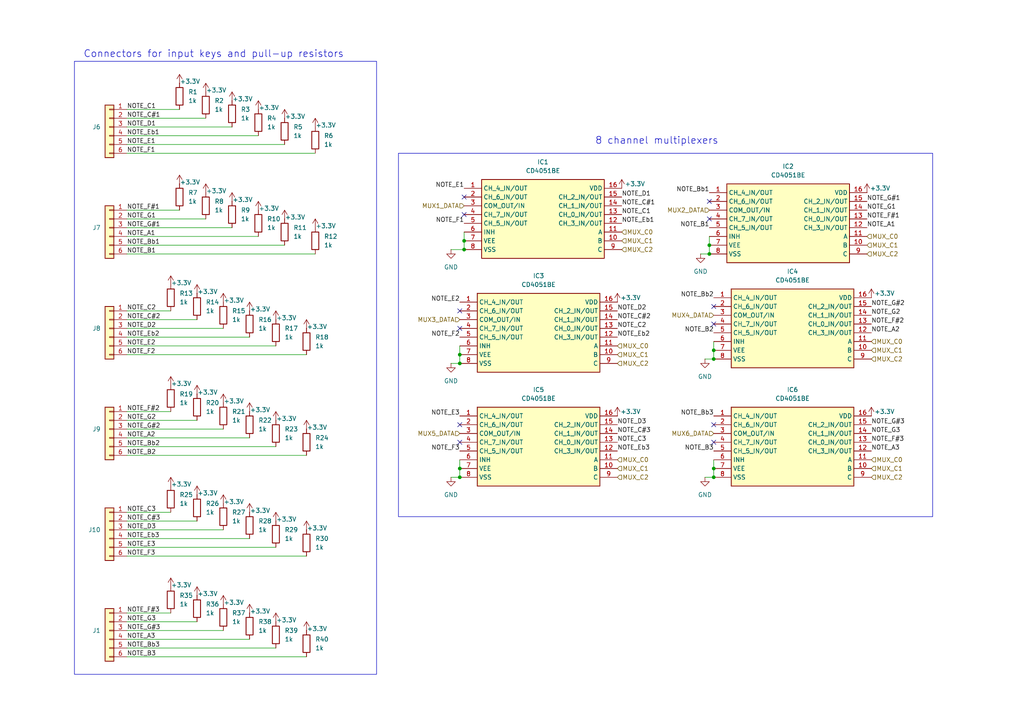
<source format=kicad_sch>
(kicad_sch (version 20231120) (generator "eeschema") (generator_version "8.0")
  (paper "A4")
  (title_block (title "Pedai") (date "2024-12-07") (company "Giacomo Mazzucchi"))
  (lib_symbols
    (symbol "CD4051BE:CD4051BE"
      (property "Reference" "IC" (at 41.91 7.62 0))
      (property "Value" "CD4051BE" (at 41.91 5.08 0))
      (symbol "CD4051BE_1_1"
        (rectangle (start 5.08 2.54) (end 40.64 -20.32) (stroke (width 0.254)) (fill (type background)))
        (pin passive line (at 0 0 0) (length 5.08) (name "CH_4_IN/OUT") (number "1"))
        (pin passive line (at 45.72 -15.24 180) (length 5.08) (name "B") (number "10"))
        (pin passive line (at 45.72 -12.7 180) (length 5.08) (name "A") (number "11"))
        (pin passive line (at 45.72 -10.16 180) (length 5.08) (name "CH_3_IN/OUT") (number "12"))
        (pin passive line (at 45.72 -7.62 180) (length 5.08) (name "CH_0_IN/OUT") (number "13"))
        (pin passive line (at 45.72 -5.08 180) (length 5.08) (name "CH_1_IN/OUT") (number "14"))
        (pin passive line (at 45.72 -2.54 180) (length 5.08) (name "CH_2_IN/OUT") (number "15"))
        (pin passive line (at 45.72 0 180) (length 5.08) (name "VDD") (number "16"))
        (pin passive line (at 0 -2.54 0) (length 5.08) (name "CH_6_IN/OUT") (number "2"))
        (pin passive line (at 0 -5.08 0) (length 5.08) (name "COM_OUT/IN") (number "3"))
        (pin passive line (at 0 -7.62 0) (length 5.08) (name "CH_7_IN/OUT") (number "4"))
        (pin passive line (at 0 -10.16 0) (length 5.08) (name "CH_5_IN/OUT") (number "5"))
        (pin passive line (at 0 -12.7 0) (length 5.08) (name "INH") (number "6"))
        (pin passive line (at 0 -15.24 0) (length 5.08) (name "VEE") (number "7"))
        (pin passive line (at 0 -17.78 0) (length 5.08) (name "VSS") (number "8"))
        (pin passive line (at 45.72 -17.78 180) (length 5.08) (name "C") (number "9"))
      )
    )
    (symbol "Connector_Generic:Conn_01x06" (pin_names (offset 1.016) hide)
      (property "Reference" "J" (at 0 7.62 0))
      (property "Value" "Conn_01x06" (at 0 -10.16 0))
      (symbol "Conn_01x06_1_1"
        (rectangle (start -1.27 -7.493) (end 0 -7.747) (stroke (width 0.1524)))
        (rectangle (start -1.27 -4.953) (end 0 -5.207) (stroke (width 0.1524)))
        (rectangle (start -1.27 -2.413) (end 0 -2.667) (stroke (width 0.1524)))
        (rectangle (start -1.27 0.127) (end 0 -0.127) (stroke (width 0.1524)))
        (rectangle (start -1.27 2.667) (end 0 2.413) (stroke (width 0.1524)))
        (rectangle (start -1.27 5.207) (end 0 4.953) (stroke (width 0.1524)))
        (rectangle (start -1.27 6.35) (end 1.27 -8.89) (stroke (width 0.254)) (fill (type background)))
        (pin passive line (at -5.08 5.08 0) (length 3.81) (name "Pin_1") (number "1"))
        (pin passive line (at -5.08 2.54 0) (length 3.81) (name "Pin_2") (number "2"))
        (pin passive line (at -5.08 0 0) (length 3.81) (name "Pin_3") (number "3"))
        (pin passive line (at -5.08 -2.54 0) (length 3.81) (name "Pin_4") (number "4"))
        (pin passive line (at -5.08 -5.08 0) (length 3.81) (name "Pin_5") (number "5"))
        (pin passive line (at -5.08 -7.62 0) (length 3.81) (name "Pin_6") (number "6"))
      )
    )
    (symbol "Device:R" (pin_numbers hide) (pin_names (offset 0))
      (property "Reference" "R" (at 2.032 0 90))
      (property "Value" "R" (at 0 0 90))
      (symbol "R_0_1"
        (rectangle (start -1.016 -2.54) (end 1.016 2.54) (stroke (width 0.254)))
      )
      (symbol "R_1_1"
        (pin passive line (at 0 3.81 270) (length 1.27) (name "~") (number "1"))
        (pin passive line (at 0 -3.81 90) (length 1.27) (name "~") (number "2"))
      )
    )
    (symbol "power:+3.3V" (power) (pin_numbers hide) (pin_names (offset 0) hide)
      (property "Value" "+3.3V" (at 0 3.556 0))
      (symbol "+3.3V_0_1"
        (polyline (pts (xy -0.762 1.27) (xy 0 2.54)))
        (polyline (pts (xy 0 0) (xy 0 2.54)))
        (polyline (pts (xy 0 2.54) (xy 0.762 1.27)))
      )
      (symbol "+3.3V_1_1"
        (pin power_in line (at 0 0 90) (length 0) (name "~") (number "1"))
      )
    )
    (symbol "power:GND" (power) (pin_numbers hide) (pin_names (offset 0) hide)
      (property "Value" "GND" (at 0 -3.81 0))
      (symbol "GND_0_1"
        (polyline (pts (xy 0 0) (xy 0 -1.27) (xy 1.27 -1.27) (xy 0 -2.54) (xy -1.27 -1.27) (xy 0 -1.27)))
      )
      (symbol "GND_1_1"
        (pin power_in line (at 0 0 270) (length 0) (name "~") (number "1"))
      )
    )
  )
  (junction (at 207.01 101.6))
  (junction (at 205.74 73.66))
  (junction (at 133.35 102.87))
  (junction (at 133.35 105.41))
  (junction (at 205.74 71.12))
  (junction (at 207.01 104.14))
  (junction (at 133.35 138.43))
  (junction (at 134.62 69.85))
  (junction (at 207.01 138.43))
  (junction (at 134.62 72.39))
  (junction (at 133.35 135.89))
  (junction (at 207.01 135.89))
  (no_connect (at 207.01 88.9))
  (no_connect (at 205.74 63.5))
  (no_connect (at 134.62 57.15))
  (no_connect (at 207.01 123.19))
  (no_connect (at 207.01 128.27))
  (no_connect (at 133.35 123.19))
  (no_connect (at 133.35 90.17))
  (no_connect (at 207.01 93.98))
  (no_connect (at 205.74 58.42))
  (no_connect (at 133.35 95.25))
  (no_connect (at 134.62 62.23))
  (no_connect (at 133.35 128.27))
  (wire (pts (xy 36.83 182.88) (xy 64.77 182.88)))
  (wire (pts (xy 36.83 36.83) (xy 67.31 36.83)))
  (wire (pts (xy 130.81 72.39) (xy 134.62 72.39)))
  (wire (pts (xy 36.83 63.5) (xy 59.69 63.5)))
  (wire (pts (xy 36.83 132.08) (xy 88.9 132.08)))
  (wire (pts (xy 133.35 138.43) (xy 130.81 138.43)))
  (wire (pts (xy 133.35 102.87) (xy 133.35 105.41)))
  (wire (pts (xy 134.62 67.31) (xy 134.62 69.85)))
  (wire (pts (xy 36.83 177.8) (xy 49.53 177.8)))
  (wire (pts (xy 36.83 39.37) (xy 74.93 39.37)))
  (wire (pts (xy 204.47 104.14) (xy 207.01 104.14)))
  (wire (pts (xy 36.83 68.58) (xy 74.93 68.58)))
  (wire (pts (xy 36.83 158.75) (xy 80.01 158.75)))
  (wire (pts (xy 36.83 95.25) (xy 64.77 95.25)))
  (wire (pts (xy 36.83 156.21) (xy 72.39 156.21)))
  (wire (pts (xy 205.74 71.12) (xy 205.74 73.66)))
  (wire (pts (xy 36.83 148.59) (xy 49.53 148.59)))
  (wire (pts (xy 36.83 121.92) (xy 57.15 121.92)))
  (wire (pts (xy 207.01 133.35) (xy 207.01 135.89)))
  (wire (pts (xy 133.35 133.35) (xy 133.35 135.89)))
  (wire (pts (xy 203.2 73.66) (xy 205.74 73.66)))
  (wire (pts (xy 36.83 92.71) (xy 57.15 92.71)))
  (wire (pts (xy 134.62 69.85) (xy 134.62 72.39)))
  (wire (pts (xy 36.83 44.45) (xy 91.44 44.45)))
  (wire (pts (xy 36.83 119.38) (xy 49.53 119.38)))
  (wire (pts (xy 36.83 102.87) (xy 88.9 102.87)))
  (wire (pts (xy 36.83 34.29) (xy 59.69 34.29)))
  (wire (pts (xy 36.83 41.91) (xy 82.55 41.91)))
  (wire (pts (xy 36.83 190.5) (xy 88.9 190.5)))
  (wire (pts (xy 36.83 161.29) (xy 88.9 161.29)))
  (wire (pts (xy 36.83 151.13) (xy 57.15 151.13)))
  (wire (pts (xy 36.83 187.96) (xy 80.01 187.96)))
  (wire (pts (xy 36.83 153.67) (xy 64.77 153.67)))
  (wire (pts (xy 36.83 124.46) (xy 64.77 124.46)))
  (wire (pts (xy 36.83 31.75) (xy 52.07 31.75)))
  (wire (pts (xy 36.83 73.66) (xy 91.44 73.66)))
  (wire (pts (xy 36.83 100.33) (xy 80.01 100.33)))
  (wire (pts (xy 204.47 138.43) (xy 207.01 138.43)))
  (wire (pts (xy 36.83 127) (xy 72.39 127)))
  (wire (pts (xy 133.35 135.89) (xy 133.35 138.43)))
  (wire (pts (xy 36.83 185.42) (xy 72.39 185.42)))
  (wire (pts (xy 205.74 68.58) (xy 205.74 71.12)))
  (wire (pts (xy 36.83 97.79) (xy 72.39 97.79)))
  (wire (pts (xy 36.83 71.12) (xy 82.55 71.12)))
  (wire (pts (xy 36.83 66.04) (xy 67.31 66.04)))
  (wire (pts (xy 36.83 180.34) (xy 57.15 180.34)))
  (wire (pts (xy 133.35 100.33) (xy 133.35 102.87)))
  (wire (pts (xy 207.01 101.6) (xy 207.01 104.14)))
  (wire (pts (xy 36.83 129.54) (xy 80.01 129.54)))
  (wire (pts (xy 207.01 135.89) (xy 207.01 138.43)))
  (wire (pts (xy 207.01 99.06) (xy 207.01 101.6)))
  (wire (pts (xy 130.81 105.41) (xy 133.35 105.41)))
  (wire (pts (xy 36.83 90.17) (xy 49.53 90.17)))
  (wire (pts (xy 36.83 60.96) (xy 52.07 60.96)))
  (rectangle (start 21.59 17.78) (end 109.22 195.58))
  (rectangle (start 115.57 44.45) (end 270.51 149.86))
  (text "8 channel multiplexers" (at 190.5 40.894 0) (effects (font (size 2.032 2.032))))
  (text "Connectors for input keys and pull-up resistors" (at 61.976 15.748 0) (effects (font (size 2.032 2.032))))
  (label "NOTE_A3" (at 252.73 130.81 0))
  (label "NOTE_A1" (at 251.46 66.04 0))
  (label "NOTE_E2" (at 36.83 100.33 0))
  (label "NOTE_D2" (at 179.07 90.17 0))
  (label "NOTE_F1" (at 36.83 44.45 0))
  (label "NOTE_Bb1" (at 36.83 71.12 0))
  (label "NOTE_C#3" (at 179.07 125.73 0))
  (label "NOTE_B1" (at 36.83 73.66 0))
  (label "NOTE_A2" (at 252.73 96.52 0))
  (label "NOTE_A1" (at 36.83 68.58 0))
  (label "NOTE_D2" (at 36.83 95.25 0))
  (label "NOTE_Eb2" (at 36.83 97.79 0))
  (label "NOTE_G3" (at 252.73 125.73 0))
  (label "NOTE_C3" (at 36.83 148.59 0))
  (label "NOTE_D3" (at 179.07 123.19 0))
  (label "NOTE_E3" (at 36.83 158.75 0))
  (label "NOTE_F#2" (at 36.83 119.38 0))
  (label "NOTE_E3" (at 133.35 120.65 180))
  (label "NOTE_F#3" (at 36.83 177.8 0))
  (label "NOTE_F3" (at 36.83 161.29 0))
  (label "NOTE_E1" (at 36.83 41.91 0))
  (label "NOTE_G#3" (at 252.73 123.19 0))
  (label "NOTE_Bb3" (at 36.83 187.96 0))
  (label "NOTE_F2" (at 133.35 97.79 180))
  (label "NOTE_Eb3" (at 36.83 156.21 0))
  (label "NOTE_C1" (at 180.34 62.23 0))
  (label "NOTE_C#1" (at 180.34 59.69 0))
  (label "NOTE_F1" (at 134.62 64.77 180))
  (label "NOTE_G2" (at 36.83 121.92 0))
  (label "NOTE_Eb1" (at 36.83 39.37 0))
  (label "NOTE_F3" (at 133.35 130.81 180))
  (label "NOTE_B3" (at 36.83 190.5 0))
  (label "NOTE_G1" (at 36.83 63.5 0))
  (label "NOTE_C#2" (at 179.07 92.71 0))
  (label "NOTE_F2" (at 36.83 102.87 0))
  (label "NOTE_C#3" (at 36.83 151.13 0))
  (label "NOTE_Bb2" (at 36.83 129.54 0))
  (label "NOTE_G1" (at 251.46 60.96 0))
  (label "NOTE_F#3" (at 252.73 128.27 0))
  (label "NOTE_Bb2" (at 207.01 86.36 180))
  (label "NOTE_G#1" (at 251.46 58.42 0))
  (label "NOTE_A3" (at 36.83 185.42 0))
  (label "NOTE_B3" (at 207.01 130.81 180))
  (label "NOTE_B1" (at 205.74 66.04 180))
  (label "NOTE_F#1" (at 36.83 60.96 0))
  (label "NOTE_G#3" (at 36.83 182.88 0))
  (label "NOTE_Eb2" (at 179.07 97.79 0))
  (label "NOTE_C#1" (at 36.83 34.29 0))
  (label "NOTE_C2" (at 36.83 90.17 0))
  (label "NOTE_B2" (at 36.83 132.08 0))
  (label "NOTE_G#1" (at 36.83 66.04 0))
  (label "NOTE_C1" (at 36.83 31.75 0))
  (label "NOTE_A2" (at 36.83 127 0))
  (label "NOTE_B2" (at 207.01 96.52 180))
  (label "NOTE_D1" (at 180.34 57.15 0))
  (label "NOTE_Eb1" (at 180.34 64.77 0))
  (label "NOTE_D1" (at 36.83 36.83 0))
  (label "NOTE_F#1" (at 251.46 63.5 0))
  (label "NOTE_Bb1" (at 205.74 55.88 180))
  (label "NOTE_G3" (at 36.83 180.34 0))
  (label "NOTE_Bb3" (at 207.01 120.65 180))
  (label "NOTE_G#2" (at 252.73 88.9 0))
  (label "NOTE_C#2" (at 36.83 92.71 0))
  (label "NOTE_F#2" (at 252.73 93.98 0))
  (label "NOTE_E1" (at 134.62 54.61 180))
  (label "NOTE_D3" (at 36.83 153.67 0))
  (label "NOTE_Eb3" (at 179.07 130.81 0))
  (label "NOTE_E2" (at 133.35 87.63 180))
  (label "NOTE_G2" (at 252.73 91.44 0))
  (label "NOTE_G#2" (at 36.83 124.46 0))
  (label "NOTE_C3" (at 179.07 128.27 0))
  (label "NOTE_C2" (at 179.07 95.25 0))
  (hierarchical_label "MUX_C1" (shape input) (at 252.73 101.6 0))
  (hierarchical_label "MUX_C0" (shape input) (at 179.07 133.35 0))
  (hierarchical_label "MUX_C1" (shape input) (at 252.73 135.89 0))
  (hierarchical_label "MUX4_DATA" (shape input) (at 207.01 91.44 180))
  (hierarchical_label "MUX_C2" (shape input) (at 252.73 138.43 0))
  (hierarchical_label "MUX_C1" (shape input) (at 251.46 71.12 0))
  (hierarchical_label "MUX_C2" (shape input) (at 180.34 72.39 0))
  (hierarchical_label "MUX_C1" (shape input) (at 179.07 135.89 0))
  (hierarchical_label "MUX_C2" (shape input) (at 179.07 138.43 0))
  (hierarchical_label "MUX_C0" (shape input) (at 180.34 67.31 0))
  (hierarchical_label "MUX_C0" (shape input) (at 252.73 99.06 0))
  (hierarchical_label "MUX_C2" (shape input) (at 179.07 105.41 0))
  (hierarchical_label "MUX2_DATA" (shape input) (at 205.74 60.96 180))
  (hierarchical_label "MUX_C0" (shape input) (at 179.07 100.33 0))
  (hierarchical_label "MUX_C2" (shape input) (at 252.73 104.14 0))
  (hierarchical_label "MUX_C1" (shape input) (at 180.34 69.85 0))
  (hierarchical_label "MUX_C2" (shape input) (at 251.46 73.66 0))
  (hierarchical_label "MUX_C1" (shape input) (at 179.07 102.87 0))
  (hierarchical_label "MUX_C0" (shape input) (at 251.46 68.58 0))
  (hierarchical_label "MUX1_DATA" (shape input) (at 134.62 59.69 180))
  (hierarchical_label "MUX3_DATA" (shape input) (at 133.35 92.71 180))
  (hierarchical_label "MUX5_DATA" (shape input) (at 133.35 125.73 180))
  (hierarchical_label "MUX6_DATA" (shape input) (at 207.01 125.73 180))
  (hierarchical_label "MUX_C0" (shape input) (at 252.73 133.35 0))
  (symbol (lib_id "power:+3.3V") (at 52.07 53.34 0) (unit 1)
    (property "Reference" "#PWR07" (effects (hide yes)))
    (property "Value" "+3.3V" (at 55.118 52.832 0))
    (property "Description" "Power symbol creates a global label with name \"+3.3V\"" (effects (hide yes)))
  )
  (symbol (lib_id "power:+3.3V") (at 67.31 29.21 0) (mirror y) (unit 1)
    (property "Reference" "#PWR03" (effects (hide yes)))
    (property "Value" "+3.3V" (at 70.358 28.702 0))
    (property "Description" "Power symbol creates a global label with name \"+3.3V\"" (effects (hide yes)))
  )
  (symbol (lib_id "Device:R") (at 72.39 181.61 0) (unit 1)
    (property "Reference" "R38" (at 74.93 180.3399 0) (effects (justify left)))
    (property "Value" "1k" (at 74.93 182.8799 0) (effects (justify left)))
    (property "Footprint" "Resistor_THT:R_Axial_DIN0204_L3.6mm_D1.6mm_P5.08mm_Horizontal" (effects (hide yes)))
    (property "Description" "Resistor" (effects (hide yes)))
  )
  (symbol (lib_id "Device:R") (at 88.9 99.06 0) (unit 1)
    (property "Reference" "R18" (at 91.44 97.7899 0) (effects (justify left)))
    (property "Value" "1k" (at 91.44 100.3299 0) (effects (justify left)))
    (property "Footprint" "Resistor_THT:R_Axial_DIN0204_L3.6mm_D1.6mm_P5.08mm_Horizontal" (effects (hide yes)))
    (property "Description" "Resistor" (effects (hide yes)))
  )
  (symbol (lib_id "Device:R") (at 80.01 184.15 0) (unit 1)
    (property "Reference" "R39" (at 82.55 182.8799 0) (effects (justify left)))
    (property "Value" "1k" (at 82.55 185.4199 0) (effects (justify left)))
    (property "Footprint" "Resistor_THT:R_Axial_DIN0204_L3.6mm_D1.6mm_P5.08mm_Horizontal" (effects (hide yes)))
    (property "Description" "Resistor" (effects (hide yes)))
  )
  (symbol (lib_id "CD4051BE:CD4051BE") (at 133.35 120.65 0) (unit 1)
    (property "Reference" "IC5" (at 156.21 113.03 0))
    (property "Value" "CD4051BE" (at 156.21 115.57 0))
    (property "Footprint" "Library:CD4051BE" (effects (hide yes)))
    (property "Datasheet" "http://www.ti.com/lit/ds/symlink/cd4051b.pdf" (effects (hide yes)))
    (property "Description" "TEXAS INSTRUMENTS - CD4051BE - MULTIPLEXER, 8 CHANNEL, 16DIP" (effects (hide yes)))
    (property "Height" "5.08" (effects (hide yes)))
    (property "Mouser Part Number" "595-CD4051BE" (effects (hide yes)))
    (property "Mouser Price/Stock" "https://www.mouser.co.uk/ProductDetail/Texas-Instruments/CD4051BE?qs=q2XTDbzbm6DxulBsMcV7tA%3D%3D" (effects (hide yes)))
    (property "Manufacturer_Name" "Texas Instruments" (effects (hide yes)))
    (property "Manufacturer_Part_Number" "CD4051BE" (effects (hide yes)))
  )
  (symbol (lib_id "power:+3.3V") (at 67.31 58.42 0) (mirror y) (unit 1)
    (property "Reference" "#PWR09" (effects (hide yes)))
    (property "Value" "+3.3V" (at 70.358 57.912 0))
    (property "Description" "Power symbol creates a global label with name \"+3.3V\"" (effects (hide yes)))
  )
  (symbol (lib_id "power:+3.3V") (at 88.9 124.46 0) (mirror y) (unit 1)
    (property "Reference" "#PWR024" (effects (hide yes)))
    (property "Value" "+3.3V" (at 91.948 123.952 0))
    (property "Description" "Power symbol creates a global label with name \"+3.3V\"" (effects (hide yes)))
  )
  (symbol (lib_id "Device:R") (at 64.77 120.65 0) (unit 1)
    (property "Reference" "R21" (at 67.31 119.3799 0) (effects (justify left)))
    (property "Value" "1k" (at 67.31 121.9199 0) (effects (justify left)))
    (property "Footprint" "Resistor_THT:R_Axial_DIN0204_L3.6mm_D1.6mm_P5.08mm_Horizontal" (effects (hide yes)))
    (property "Description" "Resistor" (effects (hide yes)))
  )
  (symbol (lib_id "Device:R") (at 72.39 93.98 0) (unit 1)
    (property "Reference" "R16" (at 74.93 92.7099 0) (effects (justify left)))
    (property "Value" "1k" (at 74.93 95.2499 0) (effects (justify left)))
    (property "Footprint" "Resistor_THT:R_Axial_DIN0204_L3.6mm_D1.6mm_P5.08mm_Horizontal" (effects (hide yes)))
    (property "Description" "Resistor" (effects (hide yes)))
  )
  (symbol (lib_id "Connector_Generic:Conn_01x06") (at 31.75 124.46 0) (mirror y) (unit 1)
    (property "Reference" "J9" (at 29.21 124.4599 0) (effects (justify left)))
    (property "Value" "Conn_01x06" (effects (hide yes)))
    (property "Footprint" "Connector_JST:JST_XH_B6B-XH-A_1x06_P2.50mm_Vertical" (effects (hide yes)))
    (property "Description" "Generic connector, single row, 01x06, script generated (kicad-library-utils/schlib/autogen/connector/)" (effects (hide yes)))
  )
  (symbol (lib_id "Device:R") (at 57.15 176.53 0) (unit 1)
    (property "Reference" "R36" (at 59.69 175.2599 0) (effects (justify left)))
    (property "Value" "1k" (at 59.69 177.7999 0) (effects (justify left)))
    (property "Footprint" "Resistor_THT:R_Axial_DIN0204_L3.6mm_D1.6mm_P5.08mm_Horizontal" (effects (hide yes)))
    (property "Description" "Resistor" (effects (hide yes)))
  )
  (symbol (lib_id "power:GND") (at 204.47 138.43 0) (unit 1)
    (property "Reference" "#PWR059" (effects (hide yes)))
    (property "Value" "GND" (at 204.47 143.51 0))
    (property "Description" "Power symbol creates a global label with name \"GND\" , ground" (effects (hide yes)))
  )
  (symbol (lib_id "power:+3.3V") (at 64.77 116.84 0) (mirror y) (unit 1)
    (property "Reference" "#PWR021" (effects (hide yes)))
    (property "Value" "+3.3V" (at 67.818 116.332 0))
    (property "Description" "Power symbol creates a global label with name \"+3.3V\"" (effects (hide yes)))
  )
  (symbol (lib_id "Device:R") (at 49.53 144.78 0) (unit 1)
    (property "Reference" "R25" (at 52.07 143.5099 0) (effects (justify left)))
    (property "Value" "1k" (at 52.07 146.0499 0) (effects (justify left)))
    (property "Footprint" "Resistor_THT:R_Axial_DIN0204_L3.6mm_D1.6mm_P5.08mm_Horizontal" (effects (hide yes)))
    (property "Description" "Resistor" (effects (hide yes)))
  )
  (symbol (lib_id "Device:R") (at 57.15 147.32 0) (unit 1)
    (property "Reference" "R26" (at 59.69 146.0499 0) (effects (justify left)))
    (property "Value" "1k" (at 59.69 148.5899 0) (effects (justify left)))
    (property "Footprint" "Resistor_THT:R_Axial_DIN0204_L3.6mm_D1.6mm_P5.08mm_Horizontal" (effects (hide yes)))
    (property "Description" "Resistor" (effects (hide yes)))
  )
  (symbol (lib_id "power:+3.3V") (at 74.93 31.75 0) (mirror y) (unit 1)
    (property "Reference" "#PWR04" (effects (hide yes)))
    (property "Value" "+3.3V" (at 77.978 31.242 0))
    (property "Description" "Power symbol creates a global label with name \"+3.3V\"" (effects (hide yes)))
  )
  (symbol (lib_id "power:+3.3V") (at 57.15 114.3 0) (unit 1)
    (property "Reference" "#PWR020" (effects (hide yes)))
    (property "Value" "+3.3V" (at 60.198 113.792 0))
    (property "Description" "Power symbol creates a global label with name \"+3.3V\"" (effects (hide yes)))
  )
  (symbol (lib_id "Device:R") (at 72.39 152.4 0) (unit 1)
    (property "Reference" "R28" (at 74.93 151.1299 0) (effects (justify left)))
    (property "Value" "1k" (at 74.93 153.6699 0) (effects (justify left)))
    (property "Footprint" "Resistor_THT:R_Axial_DIN0204_L3.6mm_D1.6mm_P5.08mm_Horizontal" (effects (hide yes)))
    (property "Description" "Resistor" (effects (hide yes)))
  )
  (symbol (lib_id "Device:R") (at 49.53 173.99 0) (unit 1)
    (property "Reference" "R35" (at 52.07 172.7199 0) (effects (justify left)))
    (property "Value" "1k" (at 52.07 175.2599 0) (effects (justify left)))
    (property "Footprint" "Resistor_THT:R_Axial_DIN0204_L3.6mm_D1.6mm_P5.08mm_Horizontal" (effects (hide yes)))
    (property "Description" "Resistor" (effects (hide yes)))
  )
  (symbol (lib_id "Device:R") (at 82.55 67.31 0) (unit 1)
    (property "Reference" "R11" (at 85.09 66.0399 0) (effects (justify left)))
    (property "Value" "1k" (at 85.09 68.5799 0) (effects (justify left)))
    (property "Footprint" "Resistor_THT:R_Axial_DIN0204_L3.6mm_D1.6mm_P5.08mm_Horizontal" (effects (hide yes)))
    (property "Description" "Resistor" (effects (hide yes)))
  )
  (symbol (lib_id "Device:R") (at 74.93 64.77 0) (unit 1)
    (property "Reference" "R10" (at 77.47 63.4999 0) (effects (justify left)))
    (property "Value" "1k" (at 77.47 66.0399 0) (effects (justify left)))
    (property "Footprint" "Resistor_THT:R_Axial_DIN0204_L3.6mm_D1.6mm_P5.08mm_Horizontal" (effects (hide yes)))
    (property "Description" "Resistor" (effects (hide yes)))
  )
  (symbol (lib_id "power:+3.3V") (at 59.69 55.88 0) (unit 1)
    (property "Reference" "#PWR08" (effects (hide yes)))
    (property "Value" "+3.3V" (at 62.738 55.372 0))
    (property "Description" "Power symbol creates a global label with name \"+3.3V\"" (effects (hide yes)))
  )
  (symbol (lib_id "Device:R") (at 88.9 186.69 0) (unit 1)
    (property "Reference" "R40" (at 91.44 185.4199 0) (effects (justify left)))
    (property "Value" "1k" (at 91.44 187.9599 0) (effects (justify left)))
    (property "Footprint" "Resistor_THT:R_Axial_DIN0204_L3.6mm_D1.6mm_P5.08mm_Horizontal" (effects (hide yes)))
    (property "Description" "Resistor" (effects (hide yes)))
  )
  (symbol (lib_id "Device:R") (at 72.39 123.19 0) (unit 1)
    (property "Reference" "R22" (at 74.93 121.9199 0) (effects (justify left)))
    (property "Value" "1k" (at 74.93 124.4599 0) (effects (justify left)))
    (property "Footprint" "Resistor_THT:R_Axial_DIN0204_L3.6mm_D1.6mm_P5.08mm_Horizontal" (effects (hide yes)))
    (property "Description" "Resistor" (effects (hide yes)))
  )
  (symbol (lib_id "power:+3.3V") (at 88.9 182.88 0) (mirror y) (unit 1)
    (property "Reference" "#PWR058" (effects (hide yes)))
    (property "Value" "+3.3V" (at 91.948 182.372 0))
    (property "Description" "Power symbol creates a global label with name \"+3.3V\"" (effects (hide yes)))
  )
  (symbol (lib_id "Device:R") (at 80.01 125.73 0) (unit 1)
    (property "Reference" "R23" (at 82.55 124.4599 0) (effects (justify left)))
    (property "Value" "1k" (at 82.55 126.9999 0) (effects (justify left)))
    (property "Footprint" "Resistor_THT:R_Axial_DIN0204_L3.6mm_D1.6mm_P5.08mm_Horizontal" (effects (hide yes)))
    (property "Description" "Resistor" (effects (hide yes)))
  )
  (symbol (lib_id "Device:R") (at 64.77 149.86 0) (unit 1)
    (property "Reference" "R27" (at 67.31 148.5899 0) (effects (justify left)))
    (property "Value" "1k" (at 67.31 151.1299 0) (effects (justify left)))
    (property "Footprint" "Resistor_THT:R_Axial_DIN0204_L3.6mm_D1.6mm_P5.08mm_Horizontal" (effects (hide yes)))
    (property "Description" "Resistor" (effects (hide yes)))
  )
  (symbol (lib_id "power:+3.3V") (at 91.44 66.04 0) (mirror y) (unit 1)
    (property "Reference" "#PWR012" (effects (hide yes)))
    (property "Value" "+3.3V" (at 94.488 65.532 0))
    (property "Description" "Power symbol creates a global label with name \"+3.3V\"" (effects (hide yes)))
  )
  (symbol (lib_id "Device:R") (at 52.07 27.94 0) (unit 1)
    (property "Reference" "R1" (at 54.61 26.6699 0) (effects (justify left)))
    (property "Value" "1k" (at 54.61 29.2099 0) (effects (justify left)))
    (property "Footprint" "Resistor_THT:R_Axial_DIN0204_L3.6mm_D1.6mm_P5.08mm_Horizontal" (effects (hide yes)))
    (property "Description" "Resistor" (effects (hide yes)))
  )
  (symbol (lib_id "Device:R") (at 91.44 40.64 0) (unit 1)
    (property "Reference" "R6" (at 93.98 39.3699 0) (effects (justify left)))
    (property "Value" "1k" (at 93.98 41.9099 0) (effects (justify left)))
    (property "Footprint" "Resistor_THT:R_Axial_DIN0204_L3.6mm_D1.6mm_P5.08mm_Horizontal" (effects (hide yes)))
    (property "Description" "Resistor" (effects (hide yes)))
  )
  (symbol (lib_id "power:+3.3V") (at 80.01 121.92 0) (mirror y) (unit 1)
    (property "Reference" "#PWR023" (effects (hide yes)))
    (property "Value" "+3.3V" (at 83.058 121.412 0))
    (property "Description" "Power symbol creates a global label with name \"+3.3V\"" (effects (hide yes)))
  )
  (symbol (lib_id "power:+3.3V") (at 88.9 95.25 0) (mirror y) (unit 1)
    (property "Reference" "#PWR018" (effects (hide yes)))
    (property "Value" "+3.3V" (at 91.948 94.742 0))
    (property "Description" "Power symbol creates a global label with name \"+3.3V\"" (effects (hide yes)))
  )
  (symbol (lib_id "Connector_Generic:Conn_01x06") (at 31.75 153.67 0) (mirror y) (unit 1)
    (property "Reference" "J10" (at 29.21 153.6699 0) (effects (justify left)))
    (property "Value" "Conn_01x06" (effects (hide yes)))
    (property "Footprint" "Connector_JST:JST_XH_B6B-XH-A_1x06_P2.50mm_Vertical" (effects (hide yes)))
    (property "Description" "Generic connector, single row, 01x06, script generated (kicad-library-utils/schlib/autogen/connector/)" (effects (hide yes)))
  )
  (symbol (lib_id "power:+3.3V") (at 72.39 177.8 0) (mirror y) (unit 1)
    (property "Reference" "#PWR056" (effects (hide yes)))
    (property "Value" "+3.3V" (at 75.438 177.292 0))
    (property "Description" "Power symbol creates a global label with name \"+3.3V\"" (effects (hide yes)))
  )
  (symbol (lib_id "Device:R") (at 88.9 157.48 0) (unit 1)
    (property "Reference" "R30" (at 91.44 156.2099 0) (effects (justify left)))
    (property "Value" "1k" (at 91.44 158.7499 0) (effects (justify left)))
    (property "Footprint" "Resistor_THT:R_Axial_DIN0204_L3.6mm_D1.6mm_P5.08mm_Horizontal" (effects (hide yes)))
    (property "Description" "Resistor" (effects (hide yes)))
  )
  (symbol (lib_id "Device:R") (at 57.15 118.11 0) (unit 1)
    (property "Reference" "R20" (at 59.69 116.8399 0) (effects (justify left)))
    (property "Value" "1k" (at 59.69 119.3799 0) (effects (justify left)))
    (property "Footprint" "Resistor_THT:R_Axial_DIN0204_L3.6mm_D1.6mm_P5.08mm_Horizontal" (effects (hide yes)))
    (property "Description" "Resistor" (effects (hide yes)))
  )
  (symbol (lib_id "power:+3.3V") (at 72.39 119.38 0) (mirror y) (unit 1)
    (property "Reference" "#PWR022" (effects (hide yes)))
    (property "Value" "+3.3V" (at 75.438 118.872 0))
    (property "Description" "Power symbol creates a global label with name \"+3.3V\"" (effects (hide yes)))
  )
  (symbol (lib_id "power:+3.3V") (at 49.53 111.76 0) (unit 1)
    (property "Reference" "#PWR019" (effects (hide yes)))
    (property "Value" "+3.3V" (at 52.578 111.252 0))
    (property "Description" "Power symbol creates a global label with name \"+3.3V\"" (effects (hide yes)))
  )
  (symbol (lib_id "Connector_Generic:Conn_01x06") (at 31.75 95.25 0) (mirror y) (unit 1)
    (property "Reference" "J8" (at 29.21 95.2499 0) (effects (justify left)))
    (property "Value" "Conn_01x06" (effects (hide yes)))
    (property "Footprint" "Connector_JST:JST_XH_B6B-XH-A_1x06_P2.50mm_Vertical" (effects (hide yes)))
    (property "Description" "Generic connector, single row, 01x06, script generated (kicad-library-utils/schlib/autogen/connector/)" (effects (hide yes)))
  )
  (symbol (lib_id "power:GND") (at 130.81 105.41 0) (unit 1)
    (property "Reference" "#PWR041" (effects (hide yes)))
    (property "Value" "GND" (at 130.81 110.49 0))
    (property "Description" "Power symbol creates a global label with name \"GND\" , ground" (effects (hide yes)))
  )
  (symbol (lib_id "power:+3.3V") (at 179.07 87.63 0) (unit 1)
    (property "Reference" "#PWR049" (effects (hide yes)))
    (property "Value" "+3.3V" (at 182.88 86.36 0))
    (property "Description" "Power symbol creates a global label with name \"+3.3V\"" (effects (hide yes)))
  )
  (symbol (lib_id "power:+3.3V") (at 57.15 85.09 0) (unit 1)
    (property "Reference" "#PWR014" (effects (hide yes)))
    (property "Value" "+3.3V" (at 60.198 84.582 0))
    (property "Description" "Power symbol creates a global label with name \"+3.3V\"" (effects (hide yes)))
  )
  (symbol (lib_id "power:+3.3V") (at 180.34 54.61 0) (unit 1)
    (property "Reference" "#PWR050" (effects (hide yes)))
    (property "Value" "+3.3V" (at 184.15 53.34 0))
    (property "Description" "Power symbol creates a global label with name \"+3.3V\"" (effects (hide yes)))
  )
  (symbol (lib_id "power:+3.3V") (at 64.77 175.26 0) (mirror y) (unit 1)
    (property "Reference" "#PWR055" (effects (hide yes)))
    (property "Value" "+3.3V" (at 67.818 174.752 0))
    (property "Description" "Power symbol creates a global label with name \"+3.3V\"" (effects (hide yes)))
  )
  (symbol (lib_id "Device:R") (at 52.07 57.15 0) (unit 1)
    (property "Reference" "R7" (at 54.61 55.8799 0) (effects (justify left)))
    (property "Value" "1k" (at 54.61 58.4199 0) (effects (justify left)))
    (property "Footprint" "Resistor_THT:R_Axial_DIN0204_L3.6mm_D1.6mm_P5.08mm_Horizontal" (effects (hide yes)))
    (property "Description" "Resistor" (effects (hide yes)))
  )
  (symbol (lib_id "power:GND") (at 130.81 138.43 0) (unit 1)
    (property "Reference" "#PWR038" (effects (hide yes)))
    (property "Value" "GND" (at 130.81 143.51 0))
    (property "Description" "Power symbol creates a global label with name \"GND\" , ground" (effects (hide yes)))
  )
  (symbol (lib_id "power:+3.3V") (at 72.39 90.17 0) (mirror y) (unit 1)
    (property "Reference" "#PWR016" (effects (hide yes)))
    (property "Value" "+3.3V" (at 75.438 89.662 0))
    (property "Description" "Power symbol creates a global label with name \"+3.3V\"" (effects (hide yes)))
  )
  (symbol (lib_id "Device:R") (at 59.69 59.69 0) (unit 1)
    (property "Reference" "R8" (at 62.23 58.4199 0) (effects (justify left)))
    (property "Value" "1k" (at 62.23 60.9599 0) (effects (justify left)))
    (property "Footprint" "Resistor_THT:R_Axial_DIN0204_L3.6mm_D1.6mm_P5.08mm_Horizontal" (effects (hide yes)))
    (property "Description" "Resistor" (effects (hide yes)))
  )
  (symbol (lib_id "Device:R") (at 80.01 96.52 0) (unit 1)
    (property "Reference" "R17" (at 82.55 95.2499 0) (effects (justify left)))
    (property "Value" "1k" (at 82.55 97.7899 0) (effects (justify left)))
    (property "Footprint" "Resistor_THT:R_Axial_DIN0204_L3.6mm_D1.6mm_P5.08mm_Horizontal" (effects (hide yes)))
    (property "Description" "Resistor" (effects (hide yes)))
  )
  (symbol (lib_id "power:+3.3V") (at 49.53 140.97 0) (unit 1)
    (property "Reference" "#PWR025" (effects (hide yes)))
    (property "Value" "+3.3V" (at 52.578 140.462 0))
    (property "Description" "Power symbol creates a global label with name \"+3.3V\"" (effects (hide yes)))
  )
  (symbol (lib_id "Device:R") (at 64.77 91.44 0) (unit 1)
    (property "Reference" "R15" (at 67.31 90.1699 0) (effects (justify left)))
    (property "Value" "1k" (at 67.31 92.7099 0) (effects (justify left)))
    (property "Footprint" "Resistor_THT:R_Axial_DIN0204_L3.6mm_D1.6mm_P5.08mm_Horizontal" (effects (hide yes)))
    (property "Description" "Resistor" (effects (hide yes)))
  )
  (symbol (lib_id "power:+3.3V") (at 64.77 146.05 0) (mirror y) (unit 1)
    (property "Reference" "#PWR027" (effects (hide yes)))
    (property "Value" "+3.3V" (at 67.818 145.542 0))
    (property "Description" "Power symbol creates a global label with name \"+3.3V\"" (effects (hide yes)))
  )
  (symbol (lib_id "power:+3.3V") (at 88.9 153.67 0) (mirror y) (unit 1)
    (property "Reference" "#PWR030" (effects (hide yes)))
    (property "Value" "+3.3V" (at 91.948 153.162 0))
    (property "Description" "Power symbol creates a global label with name \"+3.3V\"" (effects (hide yes)))
  )
  (symbol (lib_id "power:+3.3V") (at 49.53 170.18 0) (unit 1)
    (property "Reference" "#PWR053" (effects (hide yes)))
    (property "Value" "+3.3V" (at 52.578 169.672 0))
    (property "Description" "Power symbol creates a global label with name \"+3.3V\"" (effects (hide yes)))
  )
  (symbol (lib_id "power:+3.3V") (at 80.01 180.34 0) (mirror y) (unit 1)
    (property "Reference" "#PWR057" (effects (hide yes)))
    (property "Value" "+3.3V" (at 83.058 179.832 0))
    (property "Description" "Power symbol creates a global label with name \"+3.3V\"" (effects (hide yes)))
  )
  (symbol (lib_id "CD4051BE:CD4051BE") (at 134.62 54.61 0) (unit 1)
    (property "Reference" "IC1" (at 157.48 46.99 0))
    (property "Value" "CD4051BE" (at 157.48 49.53 0))
    (property "Footprint" "Library:CD4051BE" (effects (hide yes)))
    (property "Datasheet" "http://www.ti.com/lit/ds/symlink/cd4051b.pdf" (effects (hide yes)))
    (property "Description" "TEXAS INSTRUMENTS - CD4051BE - MULTIPLEXER, 8 CHANNEL, 16DIP" (effects (hide yes)))
    (property "Height" "5.08" (effects (hide yes)))
    (property "Mouser Part Number" "595-CD4051BE" (effects (hide yes)))
    (property "Mouser Price/Stock" "https://www.mouser.co.uk/ProductDetail/Texas-Instruments/CD4051BE?qs=q2XTDbzbm6DxulBsMcV7tA%3D%3D" (effects (hide yes)))
    (property "Manufacturer_Name" "Texas Instruments" (effects (hide yes)))
    (property "Manufacturer_Part_Number" "CD4051BE" (effects (hide yes)))
  )
  (symbol (lib_id "power:+3.3V") (at 91.44 36.83 0) (mirror y) (unit 1)
    (property "Reference" "#PWR06" (effects (hide yes)))
    (property "Value" "+3.3V" (at 94.488 36.322 0))
    (property "Description" "Power symbol creates a global label with name \"+3.3V\"" (effects (hide yes)))
  )
  (symbol (lib_id "power:+3.3V") (at 72.39 148.59 0) (mirror y) (unit 1)
    (property "Reference" "#PWR028" (effects (hide yes)))
    (property "Value" "+3.3V" (at 75.438 148.082 0))
    (property "Description" "Power symbol creates a global label with name \"+3.3V\"" (effects (hide yes)))
  )
  (symbol (lib_id "Device:R") (at 64.77 179.07 0) (unit 1)
    (property "Reference" "R37" (at 67.31 177.7999 0) (effects (justify left)))
    (property "Value" "1k" (at 67.31 180.3399 0) (effects (justify left)))
    (property "Footprint" "Resistor_THT:R_Axial_DIN0204_L3.6mm_D1.6mm_P5.08mm_Horizontal" (effects (hide yes)))
    (property "Description" "Resistor" (effects (hide yes)))
  )
  (symbol (lib_id "power:+3.3V") (at 57.15 143.51 0) (unit 1)
    (property "Reference" "#PWR026" (effects (hide yes)))
    (property "Value" "+3.3V" (at 60.198 143.002 0))
    (property "Description" "Power symbol creates a global label with name \"+3.3V\"" (effects (hide yes)))
  )
  (symbol (lib_id "CD4051BE:CD4051BE") (at 133.35 87.63 0) (unit 1)
    (property "Reference" "IC3" (at 156.21 80.01 0))
    (property "Value" "CD4051BE" (at 156.21 82.55 0))
    (property "Footprint" "Library:CD4051BE" (effects (hide yes)))
    (property "Datasheet" "http://www.ti.com/lit/ds/symlink/cd4051b.pdf" (effects (hide yes)))
    (property "Description" "TEXAS INSTRUMENTS - CD4051BE - MULTIPLEXER, 8 CHANNEL, 16DIP" (effects (hide yes)))
    (property "Height" "5.08" (effects (hide yes)))
    (property "Mouser Part Number" "595-CD4051BE" (effects (hide yes)))
    (property "Mouser Price/Stock" "https://www.mouser.co.uk/ProductDetail/Texas-Instruments/CD4051BE?qs=q2XTDbzbm6DxulBsMcV7tA%3D%3D" (effects (hide yes)))
    (property "Manufacturer_Name" "Texas Instruments" (effects (hide yes)))
    (property "Manufacturer_Part_Number" "CD4051BE" (effects (hide yes)))
  )
  (symbol (lib_id "Connector_Generic:Conn_01x06") (at 31.75 36.83 0) (mirror y) (unit 1)
    (property "Reference" "J6" (at 29.21 36.8299 0) (effects (justify left)))
    (property "Value" "Conn_01x06" (effects (hide yes)))
    (property "Footprint" "Connector_JST:JST_XH_B6B-XH-A_1x06_P2.50mm_Vertical" (effects (hide yes)))
    (property "Description" "Generic connector, single row, 01x06, script generated (kicad-library-utils/schlib/autogen/connector/)" (effects (hide yes)))
  )
  (symbol (lib_id "power:+3.3V") (at 59.69 26.67 0) (unit 1)
    (property "Reference" "#PWR02" (effects (hide yes)))
    (property "Value" "+3.3V" (at 62.738 26.162 0))
    (property "Description" "Power symbol creates a global label with name \"+3.3V\"" (effects (hide yes)))
  )
  (symbol (lib_id "power:+3.3V") (at 179.07 120.65 0) (unit 1)
    (property "Reference" "#PWR039" (effects (hide yes)))
    (property "Value" "+3.3V" (at 182.88 119.38 0))
    (property "Description" "Power symbol creates a global label with name \"+3.3V\"" (effects (hide yes)))
  )
  (symbol (lib_id "Device:R") (at 88.9 128.27 0) (unit 1)
    (property "Reference" "R24" (at 91.44 126.9999 0) (effects (justify left)))
    (property "Value" "1k" (at 91.44 129.5399 0) (effects (justify left)))
    (property "Footprint" "Resistor_THT:R_Axial_DIN0204_L3.6mm_D1.6mm_P5.08mm_Horizontal" (effects (hide yes)))
    (property "Description" "Resistor" (effects (hide yes)))
  )
  (symbol (lib_id "Device:R") (at 91.44 69.85 0) (unit 1)
    (property "Reference" "R12" (at 93.98 68.5799 0) (effects (justify left)))
    (property "Value" "1k" (at 93.98 71.1199 0) (effects (justify left)))
    (property "Footprint" "Resistor_THT:R_Axial_DIN0204_L3.6mm_D1.6mm_P5.08mm_Horizontal" (effects (hide yes)))
    (property "Description" "Resistor" (effects (hide yes)))
  )
  (symbol (lib_id "power:+3.3V") (at 251.46 55.88 0) (unit 1)
    (property "Reference" "#PWR051" (effects (hide yes)))
    (property "Value" "+3.3V" (at 255.27 54.61 0))
    (property "Description" "Power symbol creates a global label with name \"+3.3V\"" (effects (hide yes)))
  )
  (symbol (lib_id "Device:R") (at 59.69 30.48 0) (unit 1)
    (property "Reference" "R2" (at 62.23 29.2099 0) (effects (justify left)))
    (property "Value" "1k" (at 62.23 31.7499 0) (effects (justify left)))
    (property "Footprint" "Resistor_THT:R_Axial_DIN0204_L3.6mm_D1.6mm_P5.08mm_Horizontal" (effects (hide yes)))
    (property "Description" "Resistor" (effects (hide yes)))
  )
  (symbol (lib_id "CD4051BE:CD4051BE") (at 205.74 55.88 0) (unit 1)
    (property "Reference" "IC2" (at 228.6 48.26 0))
    (property "Value" "CD4051BE" (at 228.6 50.8 0))
    (property "Footprint" "Library:CD4051BE" (effects (hide yes)))
    (property "Datasheet" "http://www.ti.com/lit/ds/symlink/cd4051b.pdf" (effects (hide yes)))
    (property "Description" "TEXAS INSTRUMENTS - CD4051BE - MULTIPLEXER, 8 CHANNEL, 16DIP" (effects (hide yes)))
    (property "Height" "5.08" (effects (hide yes)))
    (property "Mouser Part Number" "595-CD4051BE" (effects (hide yes)))
    (property "Mouser Price/Stock" "https://www.mouser.co.uk/ProductDetail/Texas-Instruments/CD4051BE?qs=q2XTDbzbm6DxulBsMcV7tA%3D%3D" (effects (hide yes)))
    (property "Manufacturer_Name" "Texas Instruments" (effects (hide yes)))
    (property "Manufacturer_Part_Number" "CD4051BE" (effects (hide yes)))
  )
  (symbol (lib_id "Device:R") (at 57.15 88.9 0) (unit 1)
    (property "Reference" "R14" (at 59.69 87.6299 0) (effects (justify left)))
    (property "Value" "1k" (at 59.69 90.1699 0) (effects (justify left)))
    (property "Footprint" "Resistor_THT:R_Axial_DIN0204_L3.6mm_D1.6mm_P5.08mm_Horizontal" (effects (hide yes)))
    (property "Description" "Resistor" (effects (hide yes)))
  )
  (symbol (lib_id "Device:R") (at 49.53 86.36 0) (unit 1)
    (property "Reference" "R13" (at 52.07 85.0899 0) (effects (justify left)))
    (property "Value" "1k" (at 52.07 87.6299 0) (effects (justify left)))
    (property "Footprint" "Resistor_THT:R_Axial_DIN0204_L3.6mm_D1.6mm_P5.08mm_Horizontal" (effects (hide yes)))
    (property "Description" "Resistor" (effects (hide yes)))
  )
  (symbol (lib_id "power:+3.3V") (at 57.15 172.72 0) (unit 1)
    (property "Reference" "#PWR054" (effects (hide yes)))
    (property "Value" "+3.3V" (at 60.198 172.212 0))
    (property "Description" "Power symbol creates a global label with name \"+3.3V\"" (effects (hide yes)))
  )
  (symbol (lib_id "power:+3.3V") (at 82.55 63.5 0) (mirror y) (unit 1)
    (property "Reference" "#PWR011" (effects (hide yes)))
    (property "Value" "+3.3V" (at 85.598 62.992 0))
    (property "Description" "Power symbol creates a global label with name \"+3.3V\"" (effects (hide yes)))
  )
  (symbol (lib_id "Connector_Generic:Conn_01x06") (at 31.75 182.88 0) (mirror y) (unit 1)
    (property "Reference" "J1" (at 29.21 182.8799 0) (effects (justify left)))
    (property "Value" "Conn_01x06" (effects (hide yes)))
    (property "Footprint" "Connector_JST:JST_XH_B6B-XH-A_1x06_P2.50mm_Vertical" (effects (hide yes)))
    (property "Description" "Generic connector, single row, 01x06, script generated (kicad-library-utils/schlib/autogen/connector/)" (effects (hide yes)))
  )
  (symbol (lib_id "CD4051BE:CD4051BE") (at 207.01 86.36 0) (unit 1)
    (property "Reference" "IC4" (at 229.87 78.74 0))
    (property "Value" "CD4051BE" (at 229.87 81.28 0))
    (property "Footprint" "Library:CD4051BE" (effects (hide yes)))
    (property "Datasheet" "http://www.ti.com/lit/ds/symlink/cd4051b.pdf" (effects (hide yes)))
    (property "Description" "TEXAS INSTRUMENTS - CD4051BE - MULTIPLEXER, 8 CHANNEL, 16DIP" (effects (hide yes)))
    (property "Height" "5.08" (effects (hide yes)))
    (property "Mouser Part Number" "595-CD4051BE" (effects (hide yes)))
    (property "Mouser Price/Stock" "https://www.mouser.co.uk/ProductDetail/Texas-Instruments/CD4051BE?qs=q2XTDbzbm6DxulBsMcV7tA%3D%3D" (effects (hide yes)))
    (property "Manufacturer_Name" "Texas Instruments" (effects (hide yes)))
    (property "Manufacturer_Part_Number" "CD4051BE" (effects (hide yes)))
  )
  (symbol (lib_id "Connector_Generic:Conn_01x06") (at 31.75 66.04 0) (mirror y) (unit 1)
    (property "Reference" "J7" (at 29.21 66.0399 0) (effects (justify left)))
    (property "Value" "Conn_01x06" (effects (hide yes)))
    (property "Footprint" "Connector_JST:JST_XH_B6B-XH-A_1x06_P2.50mm_Vertical" (effects (hide yes)))
    (property "Description" "Generic connector, single row, 01x06, script generated (kicad-library-utils/schlib/autogen/connector/)" (effects (hide yes)))
  )
  (symbol (lib_id "power:+3.3V") (at 52.07 24.13 0) (unit 1)
    (property "Reference" "#PWR01" (effects (hide yes)))
    (property "Value" "+3.3V" (at 55.118 23.622 0))
    (property "Description" "Power symbol creates a global label with name \"+3.3V\"" (effects (hide yes)))
  )
  (symbol (lib_id "power:+3.3V") (at 49.53 82.55 0) (unit 1)
    (property "Reference" "#PWR013" (effects (hide yes)))
    (property "Value" "+3.3V" (at 52.578 82.042 0))
    (property "Description" "Power symbol creates a global label with name \"+3.3V\"" (effects (hide yes)))
  )
  (symbol (lib_id "power:GND") (at 204.47 104.14 0) (unit 1)
    (property "Reference" "#PWR046" (effects (hide yes)))
    (property "Value" "GND" (at 204.47 109.22 0))
    (property "Description" "Power symbol creates a global label with name \"GND\" , ground" (effects (hide yes)))
  )
  (symbol (lib_id "CD4051BE:CD4051BE") (at 207.01 120.65 0) (unit 1)
    (property "Reference" "IC6" (at 229.87 113.03 0))
    (property "Value" "CD4051BE" (at 229.87 115.57 0))
    (property "Footprint" "Library:CD4051BE" (effects (hide yes)))
    (property "Datasheet" "http://www.ti.com/lit/ds/symlink/cd4051b.pdf" (effects (hide yes)))
    (property "Description" "TEXAS INSTRUMENTS - CD4051BE - MULTIPLEXER, 8 CHANNEL, 16DIP" (effects (hide yes)))
    (property "Height" "5.08" (effects (hide yes)))
    (property "Mouser Part Number" "595-CD4051BE" (effects (hide yes)))
    (property "Mouser Price/Stock" "https://www.mouser.co.uk/ProductDetail/Texas-Instruments/CD4051BE?qs=q2XTDbzbm6DxulBsMcV7tA%3D%3D" (effects (hide yes)))
    (property "Manufacturer_Name" "Texas Instruments" (effects (hide yes)))
    (property "Manufacturer_Part_Number" "CD4051BE" (effects (hide yes)))
  )
  (symbol (lib_id "power:+3.3V") (at 82.55 34.29 0) (mirror y) (unit 1)
    (property "Reference" "#PWR05" (effects (hide yes)))
    (property "Value" "+3.3V" (at 85.598 33.782 0))
    (property "Description" "Power symbol creates a global label with name \"+3.3V\"" (effects (hide yes)))
  )
  (symbol (lib_id "Device:R") (at 67.31 33.02 0) (unit 1)
    (property "Reference" "R3" (at 69.85 31.7499 0) (effects (justify left)))
    (property "Value" "1k" (at 69.85 34.2899 0) (effects (justify left)))
    (property "Footprint" "Resistor_THT:R_Axial_DIN0204_L3.6mm_D1.6mm_P5.08mm_Horizontal" (effects (hide yes)))
    (property "Description" "Resistor" (effects (hide yes)))
  )
  (symbol (lib_id "Device:R") (at 82.55 38.1 0) (unit 1)
    (property "Reference" "R5" (at 85.09 36.8299 0) (effects (justify left)))
    (property "Value" "1k" (at 85.09 39.3699 0) (effects (justify left)))
    (property "Footprint" "Resistor_THT:R_Axial_DIN0204_L3.6mm_D1.6mm_P5.08mm_Horizontal" (effects (hide yes)))
    (property "Description" "Resistor" (effects (hide yes)))
  )
  (symbol (lib_id "power:+3.3V") (at 252.73 120.65 0) (unit 1)
    (property "Reference" "#PWR060" (effects (hide yes)))
    (property "Value" "+3.3V" (at 256.54 119.38 0))
    (property "Description" "Power symbol creates a global label with name \"+3.3V\"" (effects (hide yes)))
  )
  (symbol (lib_id "power:+3.3V") (at 80.01 92.71 0) (mirror y) (unit 1)
    (property "Reference" "#PWR017" (effects (hide yes)))
    (property "Value" "+3.3V" (at 83.058 92.202 0))
    (property "Description" "Power symbol creates a global label with name \"+3.3V\"" (effects (hide yes)))
  )
  (symbol (lib_id "power:+3.3V") (at 80.01 151.13 0) (mirror y) (unit 1)
    (property "Reference" "#PWR029" (effects (hide yes)))
    (property "Value" "+3.3V" (at 83.058 150.622 0))
    (property "Description" "Power symbol creates a global label with name \"+3.3V\"" (effects (hide yes)))
  )
  (symbol (lib_id "Device:R") (at 74.93 35.56 0) (unit 1)
    (property "Reference" "R4" (at 77.47 34.2899 0) (effects (justify left)))
    (property "Value" "1k" (at 77.47 36.8299 0) (effects (justify left)))
    (property "Footprint" "Resistor_THT:R_Axial_DIN0204_L3.6mm_D1.6mm_P5.08mm_Horizontal" (effects (hide yes)))
    (property "Description" "Resistor" (effects (hide yes)))
  )
  (symbol (lib_id "Device:R") (at 67.31 62.23 0) (unit 1)
    (property "Reference" "R9" (at 69.85 60.9599 0) (effects (justify left)))
    (property "Value" "1k" (at 69.85 63.4999 0) (effects (justify left)))
    (property "Footprint" "Resistor_THT:R_Axial_DIN0204_L3.6mm_D1.6mm_P5.08mm_Horizontal" (effects (hide yes)))
    (property "Description" "Resistor" (effects (hide yes)))
  )
  (symbol (lib_id "power:+3.3V") (at 252.73 86.36 0) (unit 1)
    (property "Reference" "#PWR052" (effects (hide yes)))
    (property "Value" "+3.3V" (at 256.54 85.09 0))
    (property "Description" "Power symbol creates a global label with name \"+3.3V\"" (effects (hide yes)))
  )
  (symbol (lib_id "power:+3.3V") (at 74.93 60.96 0) (mirror y) (unit 1)
    (property "Reference" "#PWR010" (effects (hide yes)))
    (property "Value" "+3.3V" (at 77.978 60.452 0))
    (property "Description" "Power symbol creates a global label with name \"+3.3V\"" (effects (hide yes)))
  )
  (symbol (lib_id "Device:R") (at 80.01 154.94 0) (unit 1)
    (property "Reference" "R29" (at 82.55 153.6699 0) (effects (justify left)))
    (property "Value" "1k" (at 82.55 156.2099 0) (effects (justify left)))
    (property "Footprint" "Resistor_THT:R_Axial_DIN0204_L3.6mm_D1.6mm_P5.08mm_Horizontal" (effects (hide yes)))
    (property "Description" "Resistor" (effects (hide yes)))
  )
  (symbol (lib_id "power:GND") (at 203.2 73.66 0) (unit 1)
    (property "Reference" "#PWR045" (effects (hide yes)))
    (property "Value" "GND" (at 203.2 78.74 0))
    (property "Description" "Power symbol creates a global label with name \"GND\" , ground" (effects (hide yes)))
  )
  (symbol (lib_id "power:+3.3V") (at 64.77 87.63 0) (mirror y) (unit 1)
    (property "Reference" "#PWR015" (effects (hide yes)))
    (property "Value" "+3.3V" (at 67.818 87.122 0))
    (property "Description" "Power symbol creates a global label with name \"+3.3V\"" (effects (hide yes)))
  )
  (symbol (lib_id "power:GND") (at 130.81 72.39 0) (unit 1)
    (property "Reference" "#PWR044" (effects (hide yes)))
    (property "Value" "GND" (at 130.81 77.47 0))
    (property "Description" "Power symbol creates a global label with name \"GND\" , ground" (effects (hide yes)))
  )
  (symbol (lib_id "Device:R") (at 49.53 115.57 0) (unit 1)
    (property "Reference" "R19" (at 52.07 114.2999 0) (effects (justify left)))
    (property "Value" "1k" (at 52.07 116.8399 0) (effects (justify left)))
    (property "Footprint" "Resistor_THT:R_Axial_DIN0204_L3.6mm_D1.6mm_P5.08mm_Horizontal" (effects (hide yes)))
    (property "Description" "Resistor" (effects (hide yes)))
  )
)
</source>
